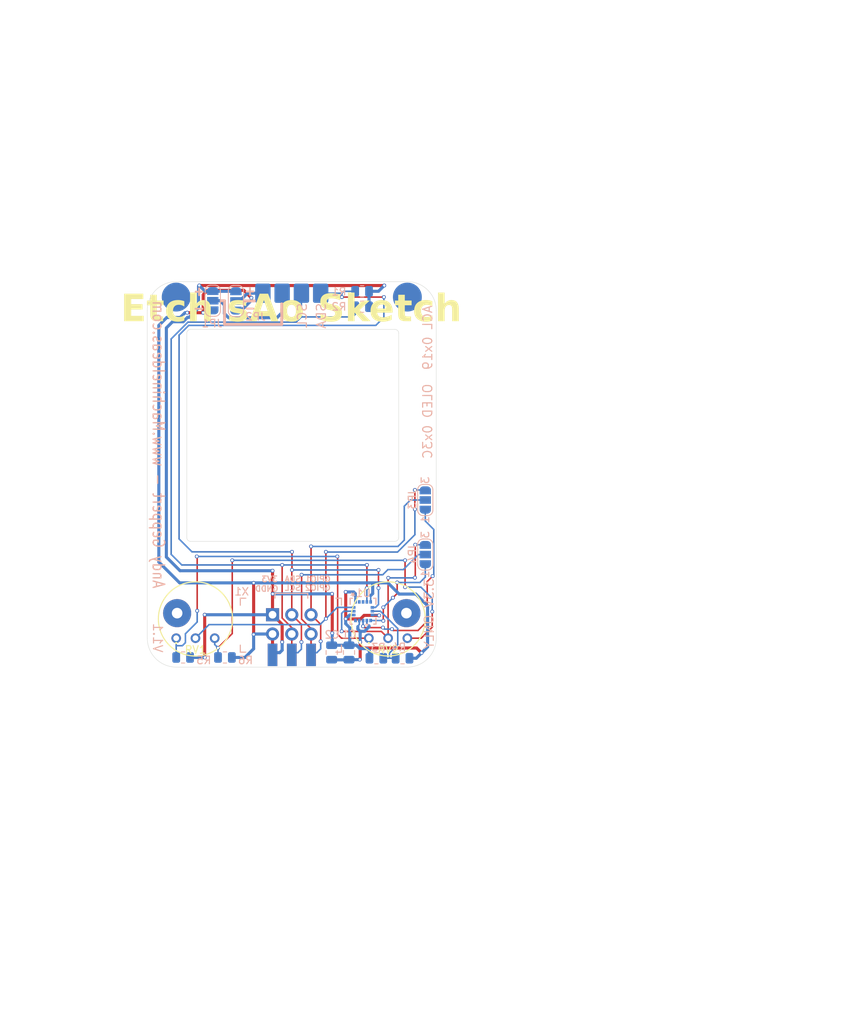
<source format=kicad_pcb>
(kicad_pcb (version 20240108) (generator "pcbnew") (generator_version "8.0")
  (title_block (title "Etch sAo Sketch - PCB Layout") (date "2024-11-18") (rev "1.1") (company "Andy Geppert - Machine Ideas, LLC"))
  (layers (0 "F.Cu" signal) (31 "B.Cu" signal) (34 "B.Paste" user) (35 "F.Paste" user) (36 "B.SilkS" user "B.Silkscreen") (37 "F.SilkS" user "F.Silkscreen") (38 "B.Mask" user) (39 "F.Mask" user) (44 "Edge.Cuts" user))
  (net 0 "")
  (net 1 "VIN")
  (net 2 "Net-(U1-SDO{slash}SA0)")
  (net 3 "GND")
  (net 4 "/POT1L")
  (net 5 "/GPIO2")
  (net 6 "/INT1")
  (net 7 "Net-(R5-Pad2)")
  (net 8 "/GPIO1")
  (net 9 "Net-(R6-Pad1)")
  (net 10 "/SCL")
  (net 11 "/SDA")
  (net 12 "Net-(JP1-C)")
  (net 13 "Net-(JP2-C)")
  (net 14 "/POT2R")
  (net 15 "/INT2")
  (footprint "Andy_Footprint_Library:POT_RES3_91A_TTE" (layer "F.Cu") (at 65.6082 146.1656)
    (property "Reference" "RV1" (at 2.54 1.524 0) (layer "F.SilkS"))
    (property "Value" "R_POT_5K")
    (pad "1" thru_hole circle (at 0 0) (size 1.27 1.27) (drill 0.762) (layers "*.Cu" "*.Mask") (net 7 "Net-(R5-Pad2)"))
    (pad "2" thru_hole circle (at 2.54 0) (size 1.27 1.27) (drill 0.762) (layers "*.Cu" "*.Mask") (net 4 "/POT1L"))
    (pad "3" thru_hole circle (at 5.08 0) (size 1.27 1.27) (drill 0.762) (layers "*.Cu" "*.Mask") (net 9 "Net-(R6-Pad1)"))
  )
  (footprint "Andy_Footprint_Library:Badgelife-SAOv169-BADGE-2x3-Edge-Connect-no-front-text-shortened" (layer "F.Cu") (at 80.8482 144.3456)
    (property "Reference" "X1" (at -6.604 -4.318 0) (layer "B.SilkS") (effects (justify mirror)))
    (property "Value" "SAO_conn_SFH11-NBPC-D03-ST-BK")
    (fp_text user "GPIO1" (at 3.429 -5.969 0) (layer "B.SilkS") (effects (font (size 0.75 0.75)) (justify mirror)))
    (fp_text user "3V3" (at -2.921 -5.969 0) (layer "B.SilkS") (effects (font (size 0.75 0.75)) (justify mirror)))
    (fp_text user "GNDD" (at -3.302 -4.699 0) (layer "B.SilkS") (effects (font (size 0.75 0.75)) (justify mirror)))
    (fp_text user "SDA" (at 0.127 -5.969 0) (layer "B.SilkS") (effects (font (size 0.75 0.75)) (justify mirror)))
    (fp_text user "SCL" (at 0.127 -4.826 0) (layer "B.SilkS") (effects (font (size 0.75 0.75)) (justify mirror)))
    (fp_text user "GPIO2" (at 3.429 -4.826 0) (layer "B.SilkS") (effects (font (size 0.75 0.75)) (justify mirror)))
    (pad "1" thru_hole rect (at -2.54 -1.27 270) (size 1.7272 1.7272) (drill 1.016) (layers "*.Cu" "*.Mask") (net 1 "VIN"))
    (pad "1" smd rect (at -2.54 4.02) (size 1.27 2.96) (layers "B.Cu" "B.Mask") (net 1 "VIN"))
    (pad "2" thru_hole circle (at -2.54 1.27 270) (size 1.7272 1.7272) (drill 1.016) (layers "*.Cu" "*.Mask") (net 3 "GND"))
    (pad "2" smd rect (at -2.54 4.02) (size 1.27 2.96) (layers "F.Cu" "F.Mask") (net 3 "GND"))
    (pad "3" thru_hole oval (at 0 -1.27 270) (size 1.7272 1.7272) (drill 1.016) (layers "*.Cu" "*.Mask") (net 11 "/SDA"))
    (pad "3" smd rect (at 0 4.02) (size 1.27 2.96) (layers "B.Cu" "B.Mask") (net 11 "/SDA"))
    (pad "4" thru_hole oval (at 0 1.27 270) (size 1.7272 1.7272) (drill 1.016) (layers "*.Cu" "*.Mask") (net 10 "/SCL"))
    (pad "4" smd rect (at 0 4.02) (size 1.27 2.96) (layers "F.Cu" "F.Mask") (net 10 "/SCL"))
    (pad "5" thru_hole circle (at 2.54 -1.27 270) (size 1.7272 1.7272) (drill 1.016) (layers "*.Cu" "*.Mask") (net 8 "/GPIO1"))
    (pad "5" smd rect (at 2.54 4.02) (size 1.27 2.96) (layers "B.Cu" "B.Mask") (net 8 "/GPIO1"))
    (pad "6" thru_hole circle (at 2.54 1.27 270) (size 1.7272 1.7272) (drill 1.016) (layers "*.Cu" "*.Mask") (net 5 "/GPIO2"))
    (pad "6" smd rect (at 2.54 4.02) (size 1.27 2.96) (layers "F.Cu" "F.Mask") (net 5 "/GPIO2"))
  )
  (footprint "Andy_Footprint_Library:POT_RES3_91A_TTE" (layer "F.Cu") (at 91.0082 146.1656)
    (property "Reference" "RV2" (at 2.54 1.524 0) (layer "F.SilkS"))
    (property "Value" "R_POT_5K")
    (pad "1" thru_hole circle (at 0 0) (size 1.27 1.27) (drill 0.762) (layers "*.Cu" "*.Mask") (net 7 "Net-(R5-Pad2)"))
    (pad "2" thru_hole circle (at 2.54 0) (size 1.27 1.27) (drill 0.762) (layers "*.Cu" "*.Mask") (net 14 "/POT2R"))
    (pad "3" thru_hole circle (at 5.08 0) (size 1.27 1.27) (drill 0.762) (layers "*.Cu" "*.Mask") (net 9 "Net-(R6-Pad1)"))
  )
  (footprint "Jumper:SolderJumper-3_P1.3mm_Open_RoundedPad1.0x1.5mm_NumberLabels" (layer "B.Cu") (at 70.4342 101.6856 90)
    (property "Reference" "JP1" (at -3.0018 -0.1016 180) (layer "B.SilkS") (effects (justify mirror)))
    (property "Value" "SolderJumper_3_Open")
    (pad "1" smd custom (at -1.3 0 90) (size 1 0.5) (layers "B.Cu" "B.Mask") (net 3 "GND") (options (clearance outline) (anchor rect)) (primitives (gr_circle (center 0 -0.25) (end 0.5 -0.25) (width 0) (fill yes)) (gr_circle (center 0 0.25) (end 0.5 0.25) (width 0) (fill yes)) (gr_poly (pts (xy 0.55 -0.75) (xy 0 -0.75) (xy 0 0.75) (xy 0.55 0.75)) (width 0) (fill yes))))
    (pad "2" smd rect (at 0 0 90) (size 1 1.5) (layers "B.Cu" "B.Mask") (net 12 "Net-(JP1-C)"))
    (pad "3" smd custom (at 1.3 0 90) (size 1 0.5) (layers "B.Cu" "B.Mask") (net 1 "VIN") (options (clearance outline) (anchor rect)) (primitives (gr_circle (center 0 -0.25) (end 0.5 -0.25) (width 0) (fill yes)) (gr_circle (center 0 0.25) (end 0.5 0.25) (width 0) (fill yes)) (gr_poly (pts (xy 0 -0.75) (xy -0.55 -0.75) (xy -0.55 0.75) (xy 0 0.75)) (width 0) (fill yes))))
  )
  (footprint "Jumper:SolderJumper-3_P1.3mm_Open_RoundedPad1.0x1.5mm_NumberLabels" (layer "B.Cu") (at 98.4504 127.9538 90)
    (property "Reference" "JP3" (at 0.127 -1.7018 90) (layer "B.SilkS") (effects (justify mirror)))
    (property "Value" "SolderJumper_3_Open")
    (fp_text user "3" (at 2.6 0 90) (layer "B.SilkS") (effects (justify mirror)))
    (fp_text user "1" (at -2.6 0 90) (layer "B.SilkS") (effects (justify mirror)))
    (pad "1" smd custom (at -1.3 0 90) (size 1 0.5) (layers "B.Cu" "B.Mask") (net 6 "/INT1") (options (clearance outline) (anchor rect)) (primitives (gr_circle (center 0 -0.25) (end 0.5 -0.25) (width 0) (fill yes)) (gr_circle (center 0 0.25) (end 0.5 0.25) (width 0) (fill yes)) (gr_poly (pts (xy 0.55 -0.75) (xy 0 -0.75) (xy 0 0.75) (xy 0.55 0.75)) (width 0) (fill yes))))
    (pad "2" smd rect (at 0 0 90) (size 1 1.5) (layers "B.Cu" "B.Mask") (net 8 "/GPIO1"))
    (pad "3" smd custom (at 1.3 0 90) (size 1 0.5) (layers "B.Cu" "B.Mask") (net 4 "/POT1L") (options (clearance outline) (anchor rect)) (primitives (gr_circle (center 0 -0.25) (end 0.5 -0.25) (width 0) (fill yes)) (gr_circle (center 0 0.25) (end 0.5 0.25) (width 0) (fill yes)) (gr_poly (pts (xy 0 -0.75) (xy -0.55 -0.75) (xy -0.55 0.75) (xy 0 0.75)) (width 0) (fill yes))))
  )
  (footprint "Andy_Footprint_Library:LGA-16_3x3x1mm_STM" (layer "B.Cu") (at 90.2462 142.6096 -90)
    (property "Reference" "U1" (at -2.3876 -0.0254 0) (layer "B.SilkS") (effects (justify mirror)))
    (property "Value" "LIS3DHTR")
    (fp_text user "*" (at -2.5146 1.3462 180) (layer "B.SilkS") (effects (justify mirror)))
    (pad "1" smd rect (at -1.224999 1.000001 180) (size 0.3556 0.4572) (layers "B.Cu" "B.Paste" "B.Mask") (net 1 "VIN"))
    (pad "2" smd rect (at -1.224999 0.499999 180) (size 0.3556 0.4572) (layers "B.Cu" "B.Paste" "B.Mask"))
    (pad "3" smd rect (at -1.224999 0 180) (size 0.3556 0.4572) (layers "B.Cu" "B.Paste" "B.Mask"))
    (pad "4" smd rect (at -1.224999 -0.499999 180) (size 0.3556 0.4572) (layers "B.Cu" "B.Paste" "B.Mask") (net 10 "/SCL"))
    (pad "5" smd rect (at -1.224999 -1.000001 180) (size 0.3556 0.4572) (layers "B.Cu" "B.Paste" "B.Mask") (net 3 "GND"))
    (pad "6" smd rect (at -0.499999 -1.224999 270) (size 0.3556 0.4572) (layers "B.Cu" "B.Paste" "B.Mask") (net 11 "/SDA"))
    (pad "7" smd rect (at 0 -1.224999 270) (size 0.3556 0.4572) (layers "B.Cu" "B.Paste" "B.Mask") (net 2 "Net-(U1-SDO{slash}SA0)"))
    (pad "8" smd rect (at 0.499999 -1.224999 270) (size 0.3556 0.4572) (layers "B.Cu" "B.Paste" "B.Mask") (net 1 "VIN"))
    (pad "9" smd rect (at 1.224999 -1.000001 180) (size 0.3556 0.4572) (layers "B.Cu" "B.Paste" "B.Mask") (net 15 "/INT2"))
    (pad "10" smd rect (at 1.224999 -0.499999 180) (size 0.3556 0.4572) (layers "B.Cu" "B.Paste" "B.Mask") (net 3 "GND"))
    (pad "11" smd rect (at 1.224999 0 180) (size 0.3556 0.4572) (layers "B.Cu" "B.Paste" "B.Mask") (net 6 "/INT1"))
    (pad "12" smd rect (at 1.224999 0.499999 180) (size 0.3556 0.4572) (layers "B.Cu" "B.Paste" "B.Mask") (net 3 "GND"))
    (pad "13" smd rect (at 1.224999 1.000001 180) (size 0.3556 0.4572) (layers "B.Cu" "B.Paste" "B.Mask"))
    (pad "14" smd rect (at 0.499999 1.224999 270) (size 0.3556 0.4572) (layers "B.Cu" "B.Paste" "B.Mask") (net 1 "VIN"))
    (pad "15" smd rect (at 0 1.224999 270) (size 0.3556 0.4572) (layers "B.Cu" "B.Paste" "B.Mask") (net 14 "/POT2R"))
    (pad "16" smd rect (at -0.499999 1.224999 270) (size 0.3556 0.4572) (layers "B.Cu" "B.Paste" "B.Mask") (net 4 "/POT1L"))
  )
  (footprint "Resistor_SMD:R_0805_2012Metric" (layer "B.Cu") (at 90.1192 100.4456 180)
    (property "Reference" "R1" (at 3.048 -0.0508 0) (layer "B.SilkS") (effects (justify mirror)))
    (property "Value" "4K7")
    (pad "1" smd roundrect (at -0.9125 0 180) (size 1.025 1.4) (layers "B.Cu" "B.Paste" "B.Mask") (roundrect_rratio 0.243902) (net 1 "VIN"))
    (pad "2" smd roundrect (at 0.9125 0 180) (size 1.025 1.4) (layers "B.Cu" "B.Paste" "B.Mask") (roundrect_rratio 0.243902) (net 11 "/SDA"))
  )
  (footprint "Andy_Footprint_Library:OLED_1.50_128x128" (layer "B.Cu") (at 80.8482 122.0356 180)
    (property "Reference" "X2" (hide yes))
    (property "Value" "OLED_128x128")
    (fp_line (start 13.843 -10.862) (end 13.843 16.062) (stroke (width 0.05)) (layer "Edge.Cuts"))
    (fp_line (start 13.335 16.57) (end -13.589 16.57) (stroke (width 0.05)) (layer "Edge.Cuts"))
    (fp_line (start -13.589 -11.37) (end 13.335 -11.37) (stroke (width 0.05)) (layer "Edge.Cuts"))
    (fp_line (start -14.097 16.062) (end -14.097 -10.862) (stroke (width 0.05)) (layer "Edge.Cuts"))
    (fp_arc (start 13.843 16.062) (mid 13.69421 16.42121) (end 13.335 16.57) (stroke (width 0.05)) (layer "Edge.Cuts"))
    (fp_arc (start 13.335 -11.37) (mid 13.69421 -11.22121) (end 13.843 -10.862) (stroke (width 0.05)) (layer "Edge.Cuts"))
    (fp_arc (start -13.589 16.57) (mid -13.94821 16.42121) (end -14.097 16.062) (stroke (width 0.05)) (layer "Edge.Cuts"))
    (fp_arc (start -14.097 -10.862) (mid -13.94821 -11.22121) (end -13.589 -11.37) (stroke (width 0.05)) (layer "Edge.Cuts"))
    (pad "1" smd roundrect (at 3.81 21.336 180) (size 2.032 2.54) (layers "B.Cu" "B.Paste" "B.Mask") (roundrect_rratio 0.125) (net 13 "Net-(JP2-C)"))
    (pad "2" smd roundrect (at 1.27 21.336 180) (size 2.032 2.54) (layers "B.Cu" "B.Paste" "B.Mask") (roundrect_rratio 0.125) (net 12 "Net-(JP1-C)"))
    (pad "3" smd roundrect (at -1.27 21.336 180) (size 2.032 2.54) (layers "B.Cu" "B.Paste" "B.Mask") (roundrect_rratio 0.125) (net 10 "/SCL"))
    (pad "4" smd roundrect (at -3.81 21.336 180) (size 2.032 2.54) (layers "B.Cu" "B.Paste" "B.Mask") (roundrect_rratio 0.125) (net 11 "/SDA"))
    (pad "NC" smd circle (at -15.24 20.828 180) (size 3.81 3.81) (layers "B.Cu" "B.Paste" "B.Mask"))
    (pad "NC" thru_hole circle (at -15.115 -20.828 180) (size 3.7 3.7) (drill 1.4) (layers "*.Cu" "*.Mask"))
    (pad "NC" thru_hole circle (at 15.115 -20.828 180) (size 3.7 3.7) (drill 1.4) (layers "*.Cu" "*.Mask"))
    (pad "NC" smd circle (at 15.24 20.828 180) (size 3.81 3.81) (layers "B.Cu" "B.Paste" "B.Mask"))
  )
  (footprint "Resistor_SMD:R_0805_2012Metric" (layer "B.Cu") (at 92.0007 148.8072)
    (property "Reference" "R3" (at 0.2521 -1.4224 0) (layer "B.SilkS") (effects (justify mirror)))
    (property "Value" "10K")
    (pad "1" smd roundrect (at -0.9125 0) (size 1.025 1.4) (layers "B.Cu" "B.Paste" "B.Mask") (roundrect_rratio 0.243902) (net 1 "VIN"))
    (pad "2" smd roundrect (at 0.9125 0) (size 1.025 1.4) (layers "B.Cu" "B.Paste" "B.Mask") (roundrect_rratio 0.243902) (net 2 "Net-(U1-SDO{slash}SA0)"))
  )
  (footprint "Resistor_SMD:R_0805_2012Metric" (layer "B.Cu") (at 95.4532 148.8072)
    (property "Reference" "R4" (at -0.505 -1.4478 0) (layer "B.SilkS") (effects (justify mirror)))
    (property "Value" "10K")
    (pad "1" smd roundrect (at -0.9125 0) (size 1.025 1.4) (layers "B.Cu" "B.Paste" "B.Mask") (roundrect_rratio 0.243902) (net 2 "Net-(U1-SDO{slash}SA0)"))
    (pad "2" smd roundrect (at 0.9125 0) (size 1.025 1.4) (layers "B.Cu" "B.Paste" "B.Mask") (roundrect_rratio 0.243902) (net 3 "GND"))
  )
  (footprint "Resistor_SMD:R_0805_2012Metric" (layer "B.Cu") (at 90.1192 102.4776 180)
    (property "Reference" "R2" (at 3.048 0 0) (layer "B.SilkS") (effects (justify mirror)))
    (property "Value" "4K7")
    (pad "1" smd roundrect (at -0.9125 0 180) (size 1.025 1.4) (layers "B.Cu" "B.Paste" "B.Mask") (roundrect_rratio 0.243902) (net 1 "VIN"))
    (pad "2" smd roundrect (at 0.9125 0 180) (size 1.025 1.4) (layers "B.Cu" "B.Paste" "B.Mask") (roundrect_rratio 0.243902) (net 10 "/SCL"))
  )
  (footprint "Capacitor_SMD:C_0805_2012Metric" (layer "B.Cu") (at 88.392 148.0452 -90)
    (property "Reference" "C1" (at -2.3876 -0.0254 180) (layer "B.SilkS") (effects (justify mirror)))
    (property "Value" "0.1uF")
    (pad "1" smd roundrect (at -0.95 0 270) (size 1 1.45) (layers "B.Cu" "B.Paste" "B.Mask") (net 1 "VIN"))
    (pad "2" smd roundrect (at 0.95 0 270) (size 1 1.45) (layers "B.Cu" "B.Paste" "B.Mask") (net 3 "GND"))
  )
  (footprint "Resistor_SMD:R_0805_2012Metric" (layer "B.Cu") (at 66.5226 148.7056 180)
    (property "Reference" "R5" (at -2.7256 -0.37 0) (layer "B.SilkS") (effects (justify mirror)))
    (property "Value" "10K")
    (pad "1" smd roundrect (at -0.9125 0 180) (size 1.025 1.4) (layers "B.Cu" "B.Paste" "B.Mask") (roundrect_rratio 0.243902) (net 1 "VIN"))
    (pad "2" smd roundrect (at 0.9125 0 180) (size 1.025 1.4) (layers "B.Cu" "B.Paste" "B.Mask") (roundrect_rratio 0.243902) (net 7 "Net-(R5-Pad2)"))
  )
  (footprint "Resistor_SMD:R_0805_2012Metric" (layer "B.Cu") (at 72.0344 148.7056)
    (property "Reference" "R6" (at 2.7138 0.37 360) (layer "B.SilkS") (effects (justify mirror)))
    (property "Value" "4K7")
    (pad "1" smd roundrect (at -0.9125 0) (size 1.025 1.4) (layers "B.Cu" "B.Paste" "B.Mask") (roundrect_rratio 0.243902) (net 9 "Net-(R6-Pad1)"))
    (pad "2" smd roundrect (at 0.9125 0) (size 1.025 1.4) (layers "B.Cu" "B.Paste" "B.Mask") (roundrect_rratio 0.243902) (net 3 "GND"))
  )
  (footprint "Capacitor_SMD:C_0805_2012Metric" (layer "B.Cu") (at 86.106 148.0452 -90)
    (property "Reference" "C2" (at -2.3368 -0.0508 180) (layer "B.SilkS") (effects (justify mirror)))
    (property "Value" "10uF")
    (pad "1" smd roundrect (at -0.95 0 270) (size 1 1.45) (layers "B.Cu" "B.Paste" "B.Mask") (net 1 "VIN"))
    (pad "2" smd roundrect (at 0.95 0 270) (size 1 1.45) (layers "B.Cu" "B.Paste" "B.Mask") (net 3 "GND"))
  )
  (footprint "Jumper:SolderJumper-3_P1.3mm_Open_RoundedPad1.0x1.5mm_NumberLabels" (layer "B.Cu") (at 98.4504 135.142 90)
    (property "Reference" "JP4" (at 0.1524 -1.7018 90) (layer "B.SilkS") (effects (justify mirror)))
    (property "Value" "SolderJumper_3_Open")
    (fp_text user "1" (at -2.6 0 90) (layer "B.SilkS") (effects (justify mirror)))
    (fp_text user "3" (at 2.6 0 90) (layer "B.SilkS") (effects (justify mirror)))
    (pad "1" smd custom (at -1.3 0 90) (size 1 0.5) (layers "B.Cu" "B.Mask") (net 15 "/INT2") (options (clearance outline) (anchor rect)) (primitives (gr_circle (center 0 -0.25) (end 0.5 -0.25) (width 0) (fill yes)) (gr_circle (center 0 0.25) (end 0.5 0.25) (width 0) (fill yes)) (gr_poly (pts (xy 0.55 -0.75) (xy 0 -0.75) (xy 0 0.75) (xy 0.55 0.75)) (width 0) (fill yes))))
    (pad "2" smd rect (at 0 0 90) (size 1 1.5) (layers "B.Cu" "B.Mask") (net 5 "/GPIO2"))
    (pad "3" smd custom (at 1.3 0 90) (size 1 0.5) (layers "B.Cu" "B.Mask") (net 14 "/POT2R") (options (clearance outline) (anchor rect)) (primitives (gr_circle (center 0 -0.25) (end 0.5 -0.25) (width 0) (fill yes)) (gr_circle (center 0 0.25) (end 0.5 0.25) (width 0) (fill yes)) (gr_poly (pts (xy 0 -0.75) (xy -0.55 -0.75) (xy -0.55 0.75) (xy 0 0.75)) (width 0) (fill yes))))
  )
  (footprint "Jumper:SolderJumper-3_P1.3mm_Open_RoundedPad1.0x1.5mm_NumberLabels" (layer "B.Cu") (at 73.4822 101.7156 90)
    (property "Reference" "JP2" (at -2.0828 2.5908 0) (layer "B.SilkS") (effects (justify mirror)))
    (property "Value" "SolderJumper_3_Open")
    (pad "1" smd custom (at -1.3 0 90) (size 1 0.5) (layers "B.Cu" "B.Mask") (net 3 "GND") (options (clearance outline) (anchor rect)) (primitives (gr_circle (center 0 -0.25) (end 0.5 -0.25) (width 0) (fill yes)) (gr_circle (center 0 0.25) (end 0.5 0.25) (width 0) (fill yes)) (gr_poly (pts (xy 0.55 -0.75) (xy 0 -0.75) (xy 0 0.75) (xy 0.55 0.75)) (width 0) (fill yes))))
    (pad "2" smd rect (at 0 0 90) (size 1 1.5) (layers "B.Cu" "B.Mask") (net 13 "Net-(JP2-C)"))
    (pad "3" smd custom (at 1.3 0 90) (size 1 0.5) (layers "B.Cu" "B.Mask") (net 1 "VIN") (options (clearance outline) (anchor rect)) (primitives (gr_circle (center 0 -0.25) (end 0.5 -0.25) (width 0) (fill yes)) (gr_circle (center 0 0.25) (end 0.5 0.25) (width 0) (fill yes)) (gr_poly (pts (xy 0 -0.75) (xy -0.55 -0.75) (xy -0.55 0.75) (xy 0 0.75)) (width 0) (fill yes))))
  )
  (gr_line (start 71.9836 104.8144) (end 79.5274 104.8144) (stroke (width 0.381)) (layer "B.SilkS"))
  (gr_line (start 71.5518 101.6902) (end 71.9836 101.6902) (stroke (width 0.381)) (layer "B.SilkS"))
  (gr_line (start 71.9836 101.6902) (end 71.9836 104.8144) (stroke (width 0.381)) (layer "B.SilkS"))
  (gr_line (start 74.6252 101.7156) (end 75.9206 101.7156) (stroke (width 0.381)) (layer "B.SilkS"))
  (gr_line (start 79.5274 104.8144) (end 79.5274 102.0966) (stroke (width 0.381)) (layer "B.SilkS"))
  (gr_line (start 99.8982 102.9856) (end 99.8982 146.1656) (stroke (width 0.05)) (layer "Edge.Cuts"))
  (gr_arc (start 61.7982 102.9856) (mid 62.914123 100.291523) (end 65.6082 99.1756) (stroke (width 0.05)) (layer "Edge.Cuts"))
  (gr_line (start 61.7982 146.1656) (end 61.7982 102.9856) (stroke (width 0.05)) (layer "Edge.Cuts"))
  (gr_arc (start 96.0882 99.1756) (mid 98.782277 100.291523) (end 99.8982 102.9856) (stroke (width 0.05)) (layer "Edge.Cuts"))
  (gr_line (start 65.6082 149.9756) (end 96.0882 149.9756) (stroke (width 0.05)) (layer "Edge.Cuts"))
  (gr_arc (start 99.8982 146.1656) (mid 98.782277 148.859677) (end 96.0882 149.9756) (stroke (width 0.05)) (layer "Edge.Cuts"))
  (gr_arc (start 65.6082 149.9756) (mid 62.914123 148.859677) (end 61.7982 146.1656) (stroke (width 0.05)) (layer "Edge.Cuts"))
  (gr_line (start 65.6082 99.1756) (end 96.0882 99.1756) (stroke (width 0.05)) (layer "Edge.Cuts"))
  (gr_text "3.3V ONLY" (at 98.9584 142.9398 90) (layer "B.SilkS") (effects (font (size 1.2 1.2)) (justify mirror)))
  (gr_text "-" (at 75.311 102.8078 -180) (layer "B.SilkS") (effects (font (size 1.2 1.2) (thickness 0.254)) (justify mirror)))
  (gr_text "SCL" (at 82.2198 103.646 90) (layer "B.SilkS") (effects (font (size 1.2 1.2) (thickness 0.1524)) (justify mirror)))
  (gr_text "SDA" (at 84.7344 103.6714 90) (layer "B.SilkS") (effects (font (size 1.2 1.2) (thickness 0.1524)) (justify mirror)))
  (gr_text "ACL 0x19  OLED 0x3C" (at 98.7552 112.409 90) (layer "B.SilkS") (effects (font (size 1.2 1.2)) (justify mirror)))
  (gr_text "+" (at 75.3364 100.3948 0) (layer "B.SilkS") (effects (font (size 1.2 1.2) (thickness 0.254)) (justify mirror)))
  (gr_text "+" (at 68.6308 100.4202 0) (layer "B.SilkS") (effects (font (size 1.2 1.2) (thickness 0.254)) (justify mirror)))
  (gr_text "V1.1" (at 63.1698 146.1148 -90) (layer "B.SilkS") (effects (font (size 1.2 1.2)) (justify mirror)))
  (gr_text "-" (at 68.6054 102.8332 -180) (layer "B.SilkS") (effects (font (size 1.2 1.2) (thickness 0.254)) (justify mirror)))
  (gr_text "Andy Geppert - www.MachineIdeas.com" (at 63.2714 120.6386 270) (layer "B.SilkS") (effects (font (size 1.524 1.27) (thickness 0.1778)) (justify mirror)))
  (gr_text "Etch sAo Sketch" (at 80.772 104.9922 0) (layer "F.SilkS") (effects (font (size 3.556 3.556) (thickness 0.508) (bold yes)) (justify bottom)))
  (segment (start 93.0402 99.6836) (end 68.6562 99.6836) (width 0.4064) (layer "F.Cu") (net 1))
  (segment (start 87.9602 143.6256) (end 89.916 143.6256) (width 0.4064) (layer "F.Cu") (net 1))
  (segment (start 89.916 143.6256) (end 90.382289 143.159311) (width 0.4064) (layer "F.Cu") (net 1))
  (segment (start 79.5782 144.3456) (end 78.3082 143.0756) (width 0.4064) (layer "F.Cu") (net 1))
  (segment (start 86.1822 140.3236) (end 86.1568 140.3236) (width 0.4064) (layer "F.Cu") (net 1))
  (segment (start 87.9602 140.0696) (end 87.9602 143.6256) (width 0.4064) (layer "F.Cu") (net 1))
  (segment (start 90.382289 143.159311) (end 92.363489 143.159311) (width 0.4064) (layer "F.Cu") (net 1))
  (segment (start 78.3336 140.3236) (end 78.3082 140.3236) (width 0.4064) (layer "F.Cu") (net 1))
  (segment (start 78.3082 137.301) (end 78.3082 143.0756) (width 0.4064) (layer "F.Cu") (net 1))
  (segment (start 86.1822 145.5052) (end 86.1822 140.3236) (width 0.4064) (layer "F.Cu") (net 1))
  (segment (start 79.5782 146.6756) (end 79.5782 144.3456) (width 0.4064) (layer "F.Cu") (net 1))
  (segment (start 69.3674 143.0756) (end 69.3674 148.7056) (width 0.4064) (layer "F.Cu") (net 1))
  (via (at 86.1568 140.3236) (size 0.508) (drill 0.3048) (layers "F.Cu" "B.Cu") (net 1))
  (via (at 69.3674 143.0756) (size 0.508) (drill 0.3048) (layers "F.Cu" "B.Cu") (net 1))
  (via (at 87.9602 143.6256) (size 0.508) (drill 0.3048) (layers "F.Cu" "B.Cu") (net 1))
  (via (at 86.1822 145.5052) (size 0.508) (drill 0.3048) (layers "F.Cu" "B.Cu") (net 1))
  (via (at 87.9602 140.0696) (size 0.508) (drill 0.3048) (layers "F.Cu" "B.Cu") (net 1))
  (via (at 79.5782 146.6756) (size 0.508) (drill 0.3048) (layers "F.Cu" "B.Cu") (net 1))
  (via (at 78.3336 140.3236) (size 0.508) (drill 0.3048) (layers "F.Cu" "B.Cu") (net 1))
  (via (at 92.363489 143.159311) (size 0.508) (drill 0.3048) (layers "F.Cu" "B.Cu") (net 1))
  (via (at 69.3674 148.7056) (size 0.508) (drill 0.3048) (layers "F.Cu" "B.Cu") (net 1))
  (via (at 68.6562 99.6836) (size 0.508) (drill 0.3048) (layers "F.Cu" "B.Cu") (net 1))
  (via (at 93.0402 99.6836) (size 0.508) (drill 0.3048) (layers "F.Cu" "B.Cu") (net 1))
  (via (at 78.3082 137.2756) (size 0.508) (drill 0.3048) (layers "F.Cu" "B.Cu") (net 1))
  (segment (start 91.0317 100.4456) (end 91.0317 102.4776) (width 0.4064) (layer "B.Cu") (net 1))
  (segment (start 91.471199 143.109599) (end 92.313777 143.109599) (width 0.2032) (layer "B.Cu") (net 1))
  (segment (start 69.4182 100.4456) (end 73.1682 100.4456) (width 0.4064) (layer "B.Cu") (net 1))
  (segment (start 67.308505 103.8746) (end 67.1068 103.8746) (width 0.4064) (layer "B.Cu") (net 1))
  (segment (start 69.3674 143.0756) (end 78.3082 143.0756) (width 0.4064) (layer "B.Cu") (net 1))
  (segment (start 92.313777 143.109599) (end 92.363489 143.159311) (width 0.2032) (layer "B.Cu") (net 1))
  (segment (start 88.476201 143.109599) (end 87.9602 143.6256) (width 0.4064) (layer "B.Cu") (net 1))
  (segment (start 88.4936 146.9936) (end 88.4936 144.794) (width 0.4064) (layer "B.Cu") (net 1))
  (segment (start 68.5546 99.7852) (end 68.5546 102.628505) (width 0.4064) (layer "B.Cu") (net 1))
  (segment (start 82.8548 140.3236) (end 78.3336 140.3236) (width 0.4064) (layer "B.Cu") (net 1))
  (segment (start 79.2532 148.0706) (end 78.3082 148.0706) (width 0.4064) (layer "B.Cu") (net 1))
  (segment (start 66.5226 104.4588) (end 65.1256 104.4588) (width 0.4064) (layer "B.Cu") (net 1))
  (segment (start 89.2302 140.5776) (end 89.2302 141.368602) (width 0.3048) (layer "B.Cu") (net 1))
  (segment (start 86.1822 147.0952) (end 86.1822 145.5052) (width 0.4064) (layer "B.Cu") (net 1))
  (segment (start 68.6562 99.6836) (end 68.5546 99.7852) (width 0.4064) (layer "B.Cu") (net 1))
  (segment (start 66.1162 137.2756) (end 78.3082 137.2756) (width 0.4064) (layer "B.Cu") (net 1))
  (segment (start 89.8144 147.5372) (end 90.7796 147.5372) (width 0.4064) (layer "B.Cu") (net 1))
  (segment (start 86.1568 140.3236) (end 82.8548 140.3236) (width 0.4064) (layer "B.Cu") (net 1))
  (segment (start 89.0016 140.0696) (end 89.2302 140.2982) (width 0.4064) (layer "B.Cu") (net 1))
  (segment (start 65.1256 104.4588) (end 64.3128 105.2716) (width 0.4064) (layer "B.Cu") (net 1))
  (segment (start 68.5546 102.628505) (end 67.308505 103.8746) (width 0.4064) (layer "B.Cu") (net 1))
  (segment (start 79.5782 147.7456) (end 79.2532 148.0706) (width 0.4064) (layer "B.Cu") (net 1))
  (segment (start 87.9602 144.2606) (end 87.9602 143.6256) (width 0.4064) (layer "B.Cu") (net 1))
  (segment (start 64.3128 105.2716) (end 64.3128 135.4722) (width 0.4064) (layer "B.Cu") (net 1))
  (segment (start 79.5782 146.6756) (end 79.5782 147.7456) (width 0.4064) (layer "B.Cu") (net 1))
  (segment (start 92.2782 100.4456) (end 91.0317 100.4456) (width 0.4064) (layer "B.Cu") (net 1))
  (segment (start 88.392 147.0952) (end 86.1822 147.0952) (width 0.4064) (layer "B.Cu") (net 1))
  (segment (start 88.4936 144.794) (end 87.9602 144.2606) (width 0.4064) (layer "B.Cu") (net 1))
  (segment (start 64.3128 135.4722) (end 66.1162 137.2756) (width 0.4064) (layer "B.Cu") (net 1))
  (segment (start 93.0402 99.6836) (end 92.2782 100.4456) (width 0.4064) (layer "B.Cu") (net 1))
  (segment (start 88.392 147.0952) (end 88.4936 146.9936) (width 0.4064) (layer "B.Cu") (net 1))
  (segment (start 87.9602 140.0696) (end 89.0016 140.0696) (width 0.4064) (layer "B.Cu") (net 1))
  (segment (start 67.1068 103.8746) (end 66.5226 104.4588) (width 0.4064) (layer "B.Cu") (net 1))
  (segment (start 89.2302 140.2982) (end 89.2302 140.5776) (width 0.4064) (layer "B.Cu") (net 1))
  (segment (start 89.021201 143.109599) (end 88.476201 143.109599) (width 0.3048) (layer "B.Cu") (net 1))
  (segment (start 69.3674 148.7056) (end 67.4351 148.7056) (width 0.4064) (layer "B.Cu") (net 1))
  (segment (start 90.7796 147.5372) (end 91.0882 147.8458) (width 0.4064) (layer "B.Cu") (net 1))
  (segment (start 68.6562 99.6836) (end 69.4182 100.4456) (width 0.4064) (layer "B.Cu") (net 1))
  (segment (start 89.3724 147.0952) (end 89.8144 147.5372) (width 0.4064) (layer "B.Cu") (net 1))
  (segment (start 88.392 147.0952) (end 89.3724 147.0952) (width 0.4064) (layer "B.Cu") (net 1))
  (segment (start 91.0882 147.8458) (end 91.0882 148.8072) (width 0.4064) (layer "B.Cu") (net 1))
  (segment (start 93.726 148.8072) (end 92.9132 148.8072) (width 0.2032) (layer "B.Cu") (net 2))
  (segment (start 92.5322 142.6096) (end 94.8182 144.8956) (width 0.2032) (layer "B.Cu") (net 2))
  (segment (start 94.8182 144.8956) (end 94.8182 147.0292) (width 0.2032) (layer "B.Cu") (net 2))
  (segment (start 93.726 148.8072) (end 94.5407 148.8072) (width 0.2032) (layer "B.Cu") (net 2))
  (segment (start 93.726 148.1214) (end 93.726 148.8072) (width 0.2032) (layer "B.Cu") (net 2))
  (segment (start 94.8182 147.0292) (end 93.726 148.1214) (width 0.2032) (layer "B.Cu") (net 2))
  (segment (start 91.471199 142.6096) (end 92.5322 142.6096) (width 0.2032) (layer "B.Cu") (net 2))
  (segment (start 69.1642 103.265) (end 69.1642 100.903332) (width 0.4064) (layer "F.Cu") (net 3))
  (segment (start 69.748932 100.3186) (end 74.5236 100.3186) (width 0.4064) (layer "F.Cu") (net 3))
  (segment (start 75.819 138.8758) (end 75.819 145.6756) (width 0.4064) (layer "F.Cu") (net 3))
  (segment (start 89.8652 146.6736) (end 89.8652 148.9342) (width 0.4064) (layer "F.Cu") (net 3))
  (segment (start 97.9551 148.1087) (end 97.3074 147.461) (width 0.4064) (layer "F.Cu") (net 3))
  (segment (start 97.3074 147.461) (end 89.8652 147.461) (width 0.4064) (layer "F.Cu") (net 3))
  (segment (start 69.1642 100.903332) (end 69.748932 100.3186) (width 0.4064) (layer "F.Cu") (net 3))
  (segment (start 67.056 103.265) (end 69.1642 103.265) (width 0.4064) (layer "F.Cu") (net 3))
  (segment (start 78.3082 145.6156) (end 78.3082 148.0706) (width 0.4064) (layer "F.Cu") (net 3))
  (segment (start 89.8652 148.9342) (end 89.8144 148.985) (width 0.4064) (layer "F.Cu") (net 3))
  (segment (start 74.5236 100.3186) (end 75.5142 101.3092) (width 0.4064) (layer "F.Cu") (net 3))
  (via (at 89.8652 146.6736) (size 0.508) (drill 0.3048) (layers "F.Cu" "B.Cu") (net 3))
  (via (at 69.1642 103.265) (size 0.508) (drill 0.3048) (layers "F.Cu" "B.Cu") (net 3))
  (via (at 97.9551 148.1087) (size 0.508) (drill 0.3048) (layers "F.Cu" "B.Cu") (net 3))
  (via (at 75.819 138.8758) (size 0.508) (drill 0.3048) (layers "F.Cu" "B.Cu") (net 3))
  (via (at 67.056 103.265) (size 0.508) (drill 0.3048) (layers "F.Cu" "B.Cu") (net 3))
  (via (at 75.819 145.6756) (size 0.508) (drill 0.3048) (layers "F.Cu" "B.Cu") (net 3))
  (via (at 89.8144 148.985) (size 0.508) (drill 0.3048) (layers "F.Cu" "B.Cu") (net 3))
  (via (at 75.5142 101.3092) (size 0.508) (drill 0.3048) (layers "F.Cu" "B.Cu") (net 3))
  (segment (start 75.819 147.5626) (end 74.676 148.7056) (width 0.4064) (layer "B.Cu") (net 3))
  (segment (start 89.5604 144.6416) (end 89.5604 144.557151) (width 0.2032) (layer "B.Cu") (net 3))
  (segment (start 63.3222 136.1326) (end 63.3222 104.9414) (width 0.4064) (layer "B.Cu") (net 3))
  (segment (start 91.035401 144.538199) (end 91.035401 144.662676) (width 0.4064) (layer "B.Cu") (net 3))
  (segment (start 66.0654 138.8758) (end 63.3222 136.1326) (width 0.4064) (layer "B.Cu") (net 3))
  (segment (start 86.1314 149.0206) (end 86.106 148.9952) (width 0.4064) (layer "B.Cu") (net 3))
  (segment (start 91.246201 140.5522) (end 91.246201 141.384601) (width 0.2032) (layer "B.Cu") (net 3))
  (segment (start 89.8652 145.5306) (end 89.8652 146.6736) (width 0.4064) (layer "B.Cu") (net 3))
  (segment (start 69.4936 103.265) (end 69.773 102.9856) (width 0.4064) (layer "B.Cu") (net 3))
  (segment (start 75.819 138.8758) (end 66.0654 138.8758) (width 0.4064) (layer "B.Cu") (net 3))
  (segment (start 90.746199 144.248997) (end 90.746199 143.834599) (width 0.2032) (layer "B.Cu") (net 3))
  (segment (start 88.392 148.9952) (end 88.3666 149.0206) (width 0.4064) (layer "B.Cu") (net 3))
  (segment (start 89.8144 148.985) (end 89.8042 148.9952) (width 0.4064) (layer "B.Cu") (net 3))
  (segment (start 98.7552 141.900114) (end 97.204086 140.349) (width 0.4064) (layer "B.Cu") (net 3))
  (segment (start 89.8652 146.6736) (end 89.8652 146.6126) (width 0.4064) (layer "B.Cu") (net 3))
  (segment (start 97.204086 140.349) (end 94.996 140.349) (width 0.4064) (layer "B.Cu") (net 3))
  (segment (start 75.819 138.8758) (end 91.567 138.8758) (width 0.4064) (layer "B.Cu") (net 3))
  (segment (start 91.035401 144.538199) (end 90.746199 144.248997) (width 0.2032) (layer "B.Cu") (net 3))
  (segment (start 91.5162 140.282201) (end 91.5162 138.9266) (width 0.4064) (layer "B.Cu") (net 3))
  (segment (start 89.5604 144.9718) (end 89.8652 145.2766) (width 0.4064) (layer "B.Cu") (net 3))
  (segment (start 89.5604 144.557151) (end 89.746201 144.37135) (width 0.2032) (layer "B.Cu") (net 3))
  (segment (start 94.996 140.349) (end 93.5228 138.8758) (width 0.4064) (layer "B.Cu") (net 3))
  (segment (start 66.7766 103.265) (end 67.056 103.265) (width 0.4064) (layer "B.Cu") (net 3))
  (segment (start 63.3222 104.9414) (end 64.3636 103.9) (width 0.4064) (layer "B.Cu") (net 3))
  (segment (start 64.3636 103.9) (end 66.1416 103.9) (width 0.4064) (layer "B.Cu") (net 3))
  (segment (start 75.5142 101.6448) (end 74.1434 103.0156) (width 0.4064) (layer "B.Cu") (net 3))
  (segment (start 90.446877 145.2512) (end 89.8906 145.2512) (width 0.4064) (layer "B.Cu") (net 3))
  (segment (start 91.246201 140.5522) (end 91.5162 140.282201) (width 0.4064) (layer "B.Cu") (net 3))
  (segment (start 89.8652 145.2766) (end 89.8652 145.5306) (width 0.4064) (layer "B.Cu") (net 3))
  (segment (start 75.819 145.6756) (end 75.879 145.6156) (width 0.4064) (layer "B.Cu") (net 3))
  (segment (start 88.3666 149.0206) (end 86.1314 149.0206) (width 0.4064) (layer "B.Cu") (net 3))
  (segment (start 93.5228 138.8758) (end 91.567 138.8758) (width 0.4064) (layer "B.Cu") (net 3))
  (segment (start 89.8906 145.2512) (end 89.8652 145.2766) (width 0.4064) (layer "B.Cu") (net 3))
  (segment (start 97.2566 148.8072) (end 97.9551 148.1087) (width 0.4064) (layer "B.Cu") (net 3))
  (segment (start 75.819 145.6756) (end 75.819 147.5626) (width 0.4064) (layer "B.Cu") (net 3))
  (segment (start 69.773 102.9856) (end 70.4342 102.9856) (width 0.4064) (layer "B.Cu") (net 3))
  (segment (start 74.1434 103.0156) (end 73.4822 103.0156) (width 0.4064) (layer "B.Cu") (net 3))
  (segment (start 74.676 148.7056) (end 72.9469 148.7056) (width 0.4064) (layer "B.Cu") (net 3))
  (segment (start 98.7552 147.3086) (end 98.7552 141.900114) (width 0.4064) (layer "B.Cu") (net 3))
  (segment (start 75.879 145.6156) (end 78.3082 145.6156) (width 0.4064) (layer "B.Cu") (net 3))
  (segment (start 75.5142 101.3092) (end 75.5142 101.6448) (width 0.4064) (layer "B.Cu") (net 3))
  (segment (start 91.035401 144.662676) (end 90.446877 145.2512) (width 0.4064) (layer "B.Cu") (net 3))
  (segment (start 69.1642 103.265) (end 69.4936 103.265) (width 0.4064) (layer "B.Cu") (net 3))
  (segment (start 89.8042 148.9952) (end 88.392 148.9952) (width 0.4064) (layer "B.Cu") (net 3))
  (segment (start 97.9551 148.1087) (end 98.7552 147.3086) (width 0.4064) (layer "B.Cu") (net 3))
  (segment (start 96.3657 148.8072) (end 97.2566 148.8072) (width 0.4064) (layer "B.Cu") (net 3))
  (segment (start 66.1416 103.9) (end 66.7766 103.265) (width 0.4064) (layer "B.Cu") (net 3))
  (segment (start 89.5604 144.6416) (end 89.5604 144.9718) (width 0.4064) (layer "B.Cu") (net 3))
  (segment (start 89.746201 144.37135) (end 89.746201 143.834599) (width 0.2032) (layer "B.Cu") (net 3))
  (segment (start 97.0788 129.173) (end 97.0788 126.633) (width 0.2032) (layer "F.Cu") (net 4))
  (segment (start 85.344 143.6002) (end 85.344 134.7864) (width 0.2032) (layer "F.Cu") (net 4))
  (segment (start 85.344 134.7864) (end 85.344 134.8118) (width 0.2032) (layer "F.Cu") (net 4))
  (via (at 85.344 143.6002) (size 0.508) (drill 0.3048) (layers "F.Cu" "B.Cu") (net 4))
  (via (at 97.0788 126.633) (size 0.508) (drill 0.3048) (layers "F.Cu" "B.Cu") (net 4))
  (via (at 97.0788 129.173) (size 0.508) (drill 0.3048) (layers "F.Cu" "B.Cu") (net 4))
  (via (at 85.344 134.7864) (size 0.508) (drill 0.3048) (layers "F.Cu" "B.Cu") (net 4))
  (segment (start 85.344 143.6002) (end 84.5686 144.3756) (width 0.2032) (layer "B.Cu") (net 4))
  (segment (start 85.344 143.6002) (end 86.834599 142.109601) (width 0.2032) (layer "B.Cu") (net 4))
  (segment (start 94.7928 134.8118) (end 97.0788 132.5258) (width 0.2032) (layer "B.Cu") (net 4))
  (segment (start 85.344 134.8118) (end 94.7928 134.8118) (width 0.2032) (layer "B.Cu") (net 4))
  (segment (start 84.5686 144.3756) (end 69.9382 144.3756) (width 0.2032) (layer "B.Cu") (net 4))
  (segment (start 97.0788 126.633) (end 98.4296 126.633) (width 0.2032) (layer "B.Cu") (net 4))
  (segment (start 98.4296 126.633) (end 98.4504 126.6538) (width 0.2032) (layer "B.Cu") (net 4))
  (segment (start 86.834599 142.109601) (end 89.021201 142.109601) (width 0.2032) (layer "B.Cu") (net 4))
  (segment (start 97.0788 132.5258) (end 97.0788 129.173) (width 0.2032) (layer "B.Cu") (net 4))
  (segment (start 69.9382 144.3756) (end 68.1482 146.1656) (width 0.2032) (layer "B.Cu") (net 4))
  (segment (start 83.3882 145.6156) (end 83.3882 144.897179) (width 0.2032) (layer "F.Cu") (net 5))
  (segment (start 82.1436 143.652579) (end 82.1436 137.809) (width 0.2032) (layer "F.Cu") (net 5))
  (segment (start 83.3882 145.6156) (end 83.3882 148.0706) (width 0.2032) (layer "F.Cu") (net 5))
  (segment (start 83.3882 144.897179) (end 82.1436 143.652579) (width 0.2032) (layer "F.Cu") (net 5))
  (via (at 82.1436 137.809) (size 0.508) (drill 0.3048) (layers "F.Cu" "B.Cu") (net 5))
  (segment (start 92.837 137.809) (end 93.5228 137.1232) (width 0.2032) (layer "B.Cu") (net 5))
  (segment (start 95.5548 137.1232) (end 97.536 135.142) (width 0.2032) (layer "B.Cu") (net 5))
  (segment (start 97.536 135.142) (end 98.4504 135.142) (width 0.2032) (layer "B.Cu") (net 5))
  (segment (start 93.5228 137.1232) (end 95.5548 137.1232) (width 0.2032) (layer "B.Cu") (net 5))
  (segment (start 82.1436 137.809) (end 92.837 137.809) (width 0.2032) (layer "B.Cu") (net 5))
  (segment (start 92.86962 144.7686) (end 90.418528 144.7686) (width 0.2032) (layer "F.Cu") (net 6))
  (segment (start 99.4156 137.9868) (end 98.7044 138.698) (width 0.2032) (layer "F.Cu") (net 6))
  (segment (start 90.418528 144.7686) (end 90.24295 144.593022) (width 0.2032) (layer "F.Cu") (net 6))
  (segment (start 97.4852 145.1496) (end 94.234 145.1496) (width 0.2032) (layer "F.Cu") (net 6))
  (segment (start 98.7044 138.698) (end 98.7044 143.9304) (width 0.2032) (layer "F.Cu") (net 6))
  (segment (start 94.234 145.1496) (end 94.0562 144.9718) (width 0.2032) (layer "F.Cu") (net 6))
  (segment (start 98.7044 143.9304) (end 97.4852 145.1496) (width 0.2032) (layer "F.Cu") (net 6))
  (via (at 92.86962 144.7686) (size 0.508) (drill 0.3048) (layers "F.Cu" "B.Cu") (net 6))
  (via (at 90.24295 144.593022) (size 0.508) (drill 0.3048) (layers "F.Cu" "B.Cu") (net 6))
  (via (at 99.4156 137.9868) (size 0.508) (drill 0.3048) (layers "F.Cu" "B.Cu") (net 6))
  (via (at 94.0562 144.9718) (size 0.508) (drill 0.3048) (layers "F.Cu" "B.Cu") (net 6))
  (segment (start 99.568 131.84) (end 98.4504 130.7224) (width 0.2032) (layer "B.Cu") (net 6))
  (segment (start 99.4156 137.9868) (end 99.568 137.8344) (width 0.2032) (layer "B.Cu") (net 6))
  (segment (start 90.2462 144.589772) (end 90.2462 143.834599) (width 0.2032) (layer "B.Cu") (net 6))
  (segment (start 99.568 137.8344) (end 99.568 131.84) (width 0.2032) (layer "B.Cu") (net 6))
  (segment (start 92.86962 144.7686) (end 93.07282 144.9718) (width 0.2032) (layer "B.Cu") (net 6))
  (segment (start 93.07282 144.9718) (end 94.0562 144.9718) (width 0.2032) (layer "B.Cu") (net 6))
  (segment (start 90.24295 144.593022) (end 90.2462 144.589772) (width 0.2032) (layer "B.Cu") (net 6))
  (segment (start 98.4504 130.7224) (end 98.4504 129.2538) (width 0.2032) (layer "B.Cu") (net 6))
  (segment (start 86.8482 135.396) (end 86.8934 135.4412) (width 0.2032) (layer "F.Cu") (net 7))
  (segment (start 86.8934 145.6576) (end 87.4014 146.1656) (width 0.2032) (layer "F.Cu") (net 7))
  (segment (start 68.3768 135.4468) (end 68.326 135.396) (width 0.2032) (layer "F.Cu") (net 7))
  (segment (start 68.3768 142.5588) (end 68.3768 135.4468) (width 0.2032) (layer "F.Cu") (net 7))
  (segment (start 87.4014 146.1656) (end 91.0082 146.1656) (width 0.2032) (layer "F.Cu") (net 7))
  (segment (start 86.8934 135.4412) (end 86.8934 145.6576) (width 0.2032) (layer "F.Cu") (net 7))
  (via (at 68.326 135.396) (size 0.508) (drill 0.3048) (layers "F.Cu" "B.Cu") (net 7))
  (via (at 86.8482 135.396) (size 0.508) (drill 0.3048) (layers "F.Cu" "B.Cu") (net 7))
  (via (at 68.3768 142.5588) (size 0.508) (drill 0.3048) (layers "F.Cu" "B.Cu") (net 7))
  (segment (start 65.6101 146.1675) (end 65.6082 146.1656) (width 0.2032) (layer "B.Cu") (net 7))
  (segment (start 65.6101 148.7056) (end 65.6101 146.1675) (width 0.2032) (layer "B.Cu") (net 7))
  (segment (start 66.421 147.1562) (end 65.6101 147.1562) (width 0.2032) (layer "B.Cu") (net 7))
  (segment (start 68.3768 142.5588) (end 68.3768 144.032) (width 0.2032) (layer "B.Cu") (net 7))
  (segment (start 68.326 135.396) (end 86.8482 135.396) (width 0.2032) (layer "B.Cu") (net 7))
  (segment (start 68.3768 144.032) (end 66.8274 145.5814) (width 0.2032) (layer "B.Cu") (net 7))
  (segment (start 66.8274 145.5814) (end 66.8274 146.7498) (width 0.2032) (layer "B.Cu") (net 7))
  (segment (start 66.8274 146.7498) (end 66.421 147.1562) (width 0.2032) (layer "B.Cu") (net 7))
  (segment (start 84.6582 144.3456) (end 83.3882 143.0756) (width 0.2032) (layer "F.Cu") (net 8))
  (segment (start 83.3882 134.0752) (end 83.3882 143.0756) (width 0.2032) (layer "F.Cu") (net 8))
  (segment (start 84.6582 146.5756) (end 84.6582 144.3456) (width 0.2032) (layer "F.Cu") (net 8))
  (via (at 83.3882 134.0752) (size 0.508) (drill 0.3048) (layers "F.Cu" "B.Cu") (net 8))
  (via (at 84.6582 146.5756) (size 0.508) (drill 0.3048) (layers "F.Cu" "B.Cu") (net 8))
  (segment (start 96.4946 127.9538) (end 98.4504 127.9538) (width 0.2032) (layer "B.Cu") (net 8))
  (segment (start 95.6818 128.7666) (end 96.4946 127.9538) (width 0.2032) (layer "B.Cu") (net 8))
  (segment (start 83.3882 134.0752) (end 94.8436 134.0752) (width 0.2032) (layer "B.Cu") (net 8))
  (segment (start 94.8436 134.0752) (end 95.6818 133.237) (width 0.2032) (layer "B.Cu") (net 8))
  (segment (start 95.6818 133.237) (end 95.6818 128.7666) (width 0.2032) (layer "B.Cu") (net 8))
  (segment (start 84.6582 146.5756) (end 84.6582 147.5656) (width 0.2032) (layer "B.Cu") (net 8))
  (segment (start 84.6582 147.5656) (end 84.1532 148.0706) (width 0.2032) (layer "B.Cu") (net 8))
  (segment (start 84.1532 148.0706) (end 83.3882 148.0706) (width 0.2032) (layer "B.Cu") (net 8))
  (segment (start 97.917 146.1656) (end 96.0882 146.1656) (width 0.2032) (layer "F.Cu") (net 9))
  (segment (start 99.3648 144.7178) (end 97.917 146.1656) (width 0.2032) (layer "F.Cu") (net 9))
  (segment (start 99.3648 142.6604) (end 99.3648 144.7178) (width 0.2032) (layer "F.Cu") (net 9))
  (segment (start 71.12 147.4356) (end 72.9996 145.556) (width 0.2032) (layer "F.Cu") (net 9))
  (segment (start 72.9996 145.556) (end 72.9996 135.904) (width 0.2032) (layer "F.Cu") (net 9))
  (segment (start 95.7834 139.4346) (end 95.7834 135.904) (width 0.2032) (layer "F.Cu") (net 9))
  (via (at 71.12 147.4356) (size 0.508) (drill 0.3048) (layers "F.Cu" "B.Cu") (net 9))
  (via (at 95.7834 139.4346) (size 0.508) (drill 0.3048) (layers "F.Cu" "B.Cu") (net 9))
  (via (at 72.9996 135.904) (size 0.508) (drill 0.3048) (layers "F.Cu" "B.Cu") (net 9))
  (via (at 99.3648 142.6604) (size 0.508) (drill 0.3048) (layers "F.Cu" "B.Cu") (net 9))
  (via (at 95.7834 135.904) (size 0.508) (drill 0.3048) (layers "F.Cu" "B.Cu") (net 9))
  (segment (start 70.6882 147.0038) (end 70.6882 146.1656) (width 0.2032) (layer "B.Cu") (net 9))
  (segment (start 95.7834 135.904) (end 72.9996 135.904) (width 0.2032) (layer "B.Cu") (net 9))
  (segment (start 71.12 148.7037) (end 71.1219 148.7056) (width 0.2032) (layer "B.Cu") (net 9))
  (segment (start 97.870213 139.4346) (end 95.7834 139.4346) (width 0.2032) (layer "B.Cu") (net 9))
  (segment (start 71.12 147.4356) (end 71.12 148.7037) (width 0.2032) (layer "B.Cu") (net 9))
  (segment (start 71.12 147.4356) (end 70.6882 147.0038) (width 0.2032) (layer "B.Cu") (net 9))
  (segment (start 99.3648 142.6604) (end 99.3648 140.929187) (width 0.2032) (layer "B.Cu") (net 9))
  (segment (start 99.3648 140.929187) (end 97.870213 139.4346) (width 0.2032) (layer "B.Cu") (net 9))
  (segment (start 80.8482 145.6156) (end 80.8482 148.0706) (width 0.2032) (layer "F.Cu") (net 10))
  (segment (start 79.5782 141.1872) (end 79.5782 136.5136) (width 0.2032) (layer "F.Cu") (net 10))
  (segment (start 80.8482 145.6156) (end 80.8482 144.7756) (width 0.2032) (layer "F.Cu") (net 10))
  (segment (start 90.7542 139.553599) (end 90.746199 139.5616) (width 0.2032) (layer "F.Cu") (net 10))
  (segment (start 79.5782 143.5056) (end 79.5782 141.238) (width 0.2032) (layer "F.Cu") (net 10))
  (segment (start 90.7542 136.5136) (end 90.7542 139.553599) (width 0.2032) (layer "F.Cu") (net 10))
  (segment (start 80.8482 144.7756) (end 79.5782 143.5056) (width 0.2032) (layer "F.Cu") (net 10))
  (via (at 79.5782 136.5136) (size 0.508) (drill 0.3048) (layers "F.Cu" "B.Cu") (net 10))
  (via (at 90.746199 139.5616) (size 0.508) (drill 0.3048) (layers "F.Cu" "B.Cu") (net 10))
  (via (at 90.7542 136.5136) (size 0.508) (drill 0.3048) (layers "F.Cu" "B.Cu") (net 10))
  (segment (start 81.4324 104.5096) (end 82.1182 103.8238) (width 0.2032) (layer "B.Cu") (net 10))
  (segment (start 89.2067 102.4776) (end 89.2067 103.4917) (width 0.2032) (layer "B.Cu") (net 10))
  (segment (start 67.1576 104.5096) (end 81.4324 104.5096) (width 0.2032) (layer "B.Cu") (net 10))
  (segment (start 64.9478 135.1166) (end 64.9478 106.7194) (width 0.2032) (layer "B.Cu") (net 10))
  (segment (start 82.1182 103.8238) (end 82.1182 100.6996) (width 0.2032) (layer "B.Cu") (net 10))
  (segment (start 89.2067 103.4917) (end 88.8746 103.8238) (width 0.2032) (layer "B.Cu") (net 10))
  (segment (start 90.7542 136.5136) (end 66.3448 136.5136) (width 0.2032) (layer "B.Cu") (net 10))
  (segment (start 88.8746 103.8238) (end 82.1182 103.8238) (width 0.2032) (layer "B.Cu") (net 10))
  (segment (start 64.9478 106.7194) (end 67.1576 104.5096) (width 0.2032) (layer "B.Cu") (net 10))
  (segment (start 66.3448 136.5136) (end 64.9478 135.1166) (width 0.2032) (layer "B.Cu") (net 10))
  (segment (start 90.746199 139.5616) (end 90.746199 141.384601) (width 0.2032) (layer "B.Cu") (net 10))
  (segment (start 80.8482 137.1994) (end 80.8482 143.0756) (width 0.2032) (layer "F.Cu") (net 11))
  (segment (start 80.8736 137.174) (end 80.8736 134.7864) (width 0.2032) (layer "F.Cu") (net 11))
  (segment (start 82.1182 144.3456) (end 82.1182 146.6756) (width 0.2032) (layer "F.Cu") (net 11))
  (segment (start 92.2782 139.5616) (end 92.2782 137.174) (width 0.2032) (layer "F.Cu") (net 11))
  (segment (start 80.8482 143.0756) (end 82.1182 144.3456) (width 0.2032) (layer "F.Cu") (net 11))
  (segment (start 92.9894 101.2076) (end 87.4522 101.2076) (width 0.2032) (layer "F.Cu") (net 11))
  (via (at 92.2782 139.5616) (size 0.508) (drill 0.3048) (layers "F.Cu" "B.Cu") (net 11))
  (via (at 92.9894 101.2076) (size 0.508) (drill 0.3048) (layers "F.Cu" "B.Cu") (net 11))
  (via (at 92.2782 137.174) (size 0.508) (drill 0.3048) (layers "F.Cu" "B.Cu") (net 11))
  (via (at 80.8736 137.174) (size 0.508) (drill 0.3048) (layers "F.Cu" "B.Cu") (net 11))
  (via (at 80.8736 134.7864) (size 0.508) (drill 0.3048) (layers "F.Cu" "B.Cu") (net 11))
  (via (at 87.4522 101.2076) (size 0.508) (drill 0.3048) (layers "F.Cu" "B.Cu") (net 11))
  (via (at 82.1182 146.6756) (size 0.508) (drill 0.3048) (layers "F.Cu" "B.Cu") (net 11))
  (segment (start 67.691 134.7864) (end 80.8736 134.7864) (width 0.2032) (layer "B.Cu") (net 11))
  (segment (start 81.6532 148.0706) (end 80.8482 148.0706) (width 0.2032) (layer "B.Cu") (net 11))
  (segment (start 82.1182 147.6056) (end 81.6532 148.0706) (width 0.2032) (layer "B.Cu") (net 11))
  (segment (start 92.2782 141.7206) (end 91.889199 142.109601) (width 0.2032) (layer "B.Cu") (net 11))
  (segment (start 65.9892 106.2114) (end 65.9892 133.0846) (width 0.2032) (layer "B.Cu") (net 11))
  (segment (start 82.1182 146.6756) (end 82.1182 147.6056) (width 0.2032) (layer "B.Cu") (net 11))
  (segment (start 84.6582 100.6996) (end 87.4522 100.6996) (width 0.2032) (layer "B.Cu") (net 11))
  (segment (start 92.9894 103.8746) (end 91.9226 104.9414) (width 0.2032) (layer "B.Cu") (net 11))
  (segment (start 87.7062 100.4456) (end 89.2067 100.4456) (width 0.2032) (layer "B.Cu") (net 11))
  (segment (start 92.9894 101.2076) (end 92.9894 103.8746) (width 0.2032) (layer "B.Cu") (net 11))
  (segment (start 91.889199 142.109601) (end 91.471199 142.109601) (width 0.2032) (layer "B.Cu") (net 11))
  (segment (start 91.9226 104.9414) (end 67.2592 104.9414) (width 0.2032) (layer "B.Cu") (net 11))
  (segment (start 65.9892 133.0846) (end 67.691 134.7864) (width 0.2032) (layer "B.Cu") (net 11))
  (segment (start 80.8736 137.174) (end 92.2782 137.174) (width 0.2032) (layer "B.Cu") (net 11))
  (segment (start 87.4522 100.6996) (end 87.4522 101.2076) (width 0.2032) (layer "B.Cu") (net 11))
  (segment (start 92.2782 139.5616) (end 92.2782 141.7206) (width 0.2032) (layer "B.Cu") (net 11))
  (segment (start 87.4522 100.6996) (end 87.7062 100.4456) (width 0.2032) (layer "B.Cu") (net 11))
  (segment (start 80.8736 137.174) (end 80.8482 137.1994) (width 0.2032) (layer "B.Cu") (net 11))
  (segment (start 67.2592 104.9414) (end 65.9892 106.2114) (width 0.2032) (layer "B.Cu") (net 11))
  (segment (start 70.4342 101.6856) (end 71.3874 101.6856) (width 0.4064) (layer "B.Cu") (net 12))
  (segment (start 78.8924 103.9254) (end 79.5782 103.2396) (width 0.4064) (layer "B.Cu") (net 12))
  (segment (start 71.9582 103.3666) (end 72.517 103.9254) (width 0.4064) (layer "B.Cu") (net 12))
  (segment (start 79.5782 103.2396) (end 79.5782 100.6996) (width 0.4064) (layer "B.Cu") (net 12))
  (segment (start 72.517 103.9254) (end 78.8924 103.9254) (width 0.4064) (layer "B.Cu") (net 12))
  (segment (start 71.9582 102.2564) (end 71.9582 103.3666) (width 0.4064) (layer "B.Cu") (net 12))
  (segment (start 71.3874 101.6856) (end 71.9582 102.2564) (width 0.4064) (layer "B.Cu") (net 12))
  (segment (start 73.4822 101.7156) (end 73.992168 101.7156) (width 0.4064) (layer "B.Cu") (net 13))
  (segment (start 73.992168 101.7156) (end 75.008168 100.6996) (width 0.4064) (layer "B.Cu") (net 13))
  (segment (start 75.008168 100.6996) (end 77.0382 100.6996) (width 0.4064) (layer "B.Cu") (net 13))
  (segment (start 93.5482 138.2408) (end 93.5482 146.1656) (width 0.2032) (layer "F.Cu") (net 14))
  (segment (start 87.4268 145.2512) (end 87.4522 145.2766) (width 0.2032) (layer "F.Cu") (net 14))
  (segment (start 87.4522 145.2766) (end 92.6592 145.2766) (width 0.2032) (layer "F.Cu") (net 14))
  (segment (start 92.6592 145.2766) (end 93.5482 146.1656) (width 0.2032) (layer "F.Cu") (net 14))
  (segment (start 97.0788 138.19) (end 97.1296 138.1392) (width 0.2032) (layer "F.Cu") (net 14))
  (segment (start 93.5736 138.2154) (end 93.5482 138.2408) (width 0.2032) (layer "F.Cu") (net 14))
  (segment (start 97.1296 138.1392) (end 97.1296 133.8466) (width 0.2032) (layer "F.Cu") (net 14))
  (via (at 93.5736 138.2154) (size 0.508) (drill 0.3048) (layers "F.Cu" "B.Cu") (net 14))
  (via (at 87.4268 145.2512) (size 0.508) (drill 0.3048) (layers "F.Cu" "B.Cu") (net 14))
  (via (at 97.1296 133.8466) (size 0.508) (drill 0.3048) (layers "F.Cu" "B.Cu") (net 14))
  (via (at 97.0788 138.19) (size 0.508) (drill 0.3048) (layers "F.Cu" "B.Cu") (net 14))
  (segment (start 97.1296 133.8466) (end 98.4458 133.8466) (width 0.2032) (layer "B.Cu") (net 14))
  (segment (start 98.4458 133.8466) (end 98.4504 133.842) (width 0.2032) (layer "B.Cu") (net 14))
  (segment (start 87.4268 145.2512) (end 87.4268 142.889) (width 0.2032) (layer "B.Cu") (net 14))
  (segment (start 87.7062 142.6096) (end 89.021201 142.6096) (width 0.2032) (layer "B.Cu") (net 14))
  (segment (start 87.4268 142.889) (end 87.7062 142.6096) (width 0.2032) (layer "B.Cu") (net 14))
  (segment (start 97.0788 138.19) (end 97.0534 138.2154) (width 0.2032) (layer "B.Cu") (net 14))
  (segment (start 97.0534 138.2154) (end 93.5736 138.2154) (width 0.2032) (layer "B.Cu") (net 14))
  (segment (start 94.742 140.2728) (end 94.1832 140.8316) (width 0.2032) (layer "F.Cu") (net 15))
  (segment (start 94.742 138.825) (end 94.742 140.2728) (width 0.2032) (layer "F.Cu") (net 15))
  (segment (start 92.9132 143.8796) (end 92.9132 142.1016) (width 0.2032) (layer "F.Cu") (net 15))
  (via (at 92.9132 142.1016) (size 0.508) (drill 0.3048) (layers "F.Cu" "B.Cu") (net 15))
  (via (at 92.9132 143.8796) (size 0.508) (drill 0.3048) (layers "F.Cu" "B.Cu") (net 15))
  (via (at 94.742 138.825) (size 0.508) (drill 0.3048) (layers "F.Cu" "B.Cu") (net 15))
  (via (at 94.1832 140.8316) (size 0.508) (drill 0.3048) (layers "F.Cu" "B.Cu") (net 15))
  (segment (start 98.4504 138.1138) (end 98.4504 136.442) (width 0.2032) (layer "B.Cu") (net 15))
  (segment (start 92.868199 143.834599) (end 92.9132 143.8796) (width 0.2032) (layer "B.Cu") (net 15))
  (segment (start 91.246201 143.834599) (end 92.868199 143.834599) (width 0.2032) (layer "B.Cu") (net 15))
  (segment (start 94.742 138.825) (end 97.7392 138.825) (width 0.2032) (layer "B.Cu") (net 15))
  (segment (start 97.7392 138.825) (end 98.4504 138.1138) (width 0.2032) (layer "B.Cu") (net 15))
  (segment (start 94.1832 140.8316) (end 92.9132 142.1016) (width 0.2032) (layer "B.Cu") (net 15))
)
</source>
